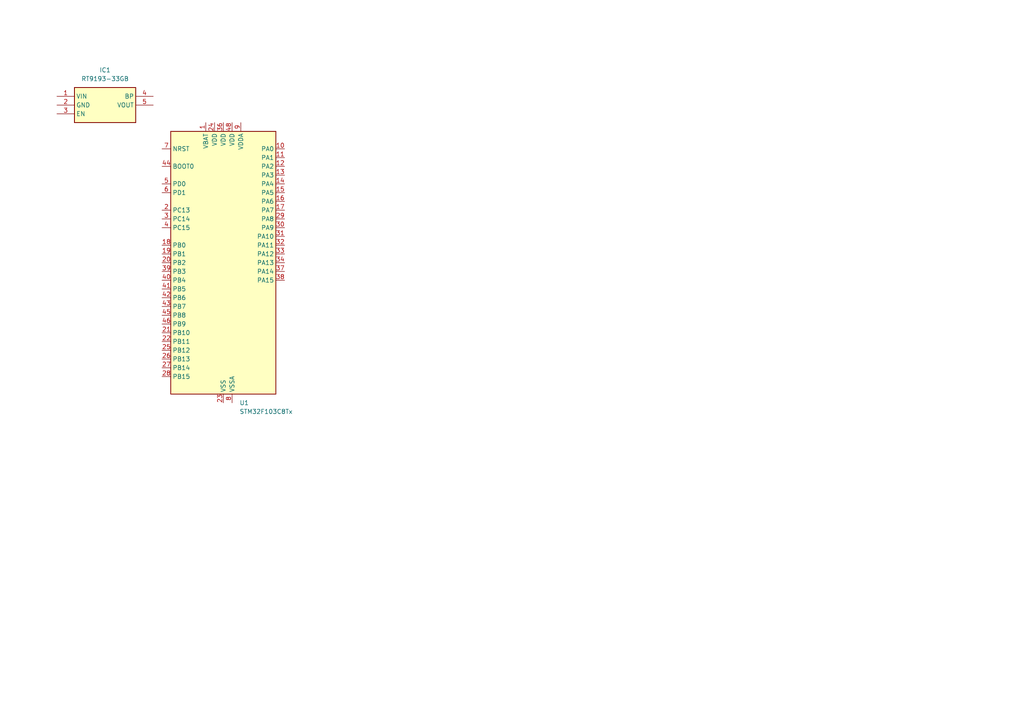
<source format=kicad_sch>
(kicad_sch (version 20250114) (generator "eeschema") (generator_version "9.0")
  (paper "A4")
  (lib_symbols
    (symbol "MCU_ST_STM32F1:STM32F103C8Tx"
      (property "Reference" "U" (at -15.24 39.37 0))
      (property "Value" "STM32F103C8Tx" (at 7.62 39.37 0))
      (symbol "STM32F103C8Tx_0_1"
        (rectangle (start -15.24 -38.1) (end 15.24 38.1) (stroke (width 0.254)) (fill (type background)))
      )
      (symbol "STM32F103C8Tx_1_1"
        (pin input line (at -17.78 33.02 0) (length 2.54) (name "NRST") (number "7"))
        (pin input line (at -17.78 27.94 0) (length 2.54) (name "BOOT0") (number "44"))
        (pin bidirectional line (at -17.78 22.86 0) (length 2.54) (name "PD0") (number "5"))
        (pin bidirectional line (at -17.78 20.32 0) (length 2.54) (name "PD1") (number "6"))
        (pin bidirectional line (at -17.78 15.24 0) (length 2.54) (name "PC13") (number "2"))
        (pin bidirectional line (at -17.78 12.7 0) (length 2.54) (name "PC14") (number "3"))
        (pin bidirectional line (at -17.78 10.16 0) (length 2.54) (name "PC15") (number "4"))
        (pin bidirectional line (at -17.78 5.08 0) (length 2.54) (name "PB0") (number "18"))
        (pin bidirectional line (at -17.78 2.54 0) (length 2.54) (name "PB1") (number "19"))
        (pin bidirectional line (at -17.78 0 0) (length 2.54) (name "PB2") (number "20"))
        (pin bidirectional line (at -17.78 -2.54 0) (length 2.54) (name "PB3") (number "39"))
        (pin bidirectional line (at -17.78 -5.08 0) (length 2.54) (name "PB4") (number "40"))
        (pin bidirectional line (at -17.78 -7.62 0) (length 2.54) (name "PB5") (number "41"))
        (pin bidirectional line (at -17.78 -10.16 0) (length 2.54) (name "PB6") (number "42"))
        (pin bidirectional line (at -17.78 -12.7 0) (length 2.54) (name "PB7") (number "43"))
        (pin bidirectional line (at -17.78 -15.24 0) (length 2.54) (name "PB8") (number "45"))
        (pin bidirectional line (at -17.78 -17.78 0) (length 2.54) (name "PB9") (number "46"))
        (pin bidirectional line (at -17.78 -20.32 0) (length 2.54) (name "PB10") (number "21"))
        (pin bidirectional line (at -17.78 -22.86 0) (length 2.54) (name "PB11") (number "22"))
        (pin bidirectional line (at -17.78 -25.4 0) (length 2.54) (name "PB12") (number "25"))
        (pin bidirectional line (at -17.78 -27.94 0) (length 2.54) (name "PB13") (number "26"))
        (pin bidirectional line (at -17.78 -30.48 0) (length 2.54) (name "PB14") (number "27"))
        (pin bidirectional line (at -17.78 -33.02 0) (length 2.54) (name "PB15") (number "28"))
        (pin power_in line (at -5.08 40.64 270) (length 2.54) (name "VBAT") (number "1"))
        (pin power_in line (at -2.54 40.64 270) (length 2.54) (name "VDD") (number "24"))
        (pin power_in line (at 0 40.64 270) (length 2.54) (name "VDD") (number "36"))
        (pin power_in line (at 0 -40.64 90) (length 2.54) (name "VSS") (number "23"))
        (pin passive line (at 0 -40.64 90) (length 2.54) (hide yes) (name "VSS") (number "35"))
        (pin passive line (at 0 -40.64 90) (length 2.54) (hide yes) (name "VSS") (number "47"))
        (pin power_in line (at 2.54 40.64 270) (length 2.54) (name "VDD") (number "48"))
        (pin power_in line (at 2.54 -40.64 90) (length 2.54) (name "VSSA") (number "8"))
        (pin power_in line (at 5.08 40.64 270) (length 2.54) (name "VDDA") (number "9"))
        (pin bidirectional line (at 17.78 33.02 180) (length 2.54) (name "PA0") (number "10"))
        (pin bidirectional line (at 17.78 30.48 180) (length 2.54) (name "PA1") (number "11"))
        (pin bidirectional line (at 17.78 27.94 180) (length 2.54) (name "PA2") (number "12"))
        (pin bidirectional line (at 17.78 25.4 180) (length 2.54) (name "PA3") (number "13"))
        (pin bidirectional line (at 17.78 22.86 180) (length 2.54) (name "PA4") (number "14"))
        (pin bidirectional line (at 17.78 20.32 180) (length 2.54) (name "PA5") (number "15"))
        (pin bidirectional line (at 17.78 17.78 180) (length 2.54) (name "PA6") (number "16"))
        (pin bidirectional line (at 17.78 15.24 180) (length 2.54) (name "PA7") (number "17"))
        (pin bidirectional line (at 17.78 12.7 180) (length 2.54) (name "PA8") (number "29"))
        (pin bidirectional line (at 17.78 10.16 180) (length 2.54) (name "PA9") (number "30"))
        (pin bidirectional line (at 17.78 7.62 180) (length 2.54) (name "PA10") (number "31"))
        (pin bidirectional line (at 17.78 5.08 180) (length 2.54) (name "PA11") (number "32"))
        (pin bidirectional line (at 17.78 2.54 180) (length 2.54) (name "PA12") (number "33"))
        (pin bidirectional line (at 17.78 0 180) (length 2.54) (name "PA13") (number "34"))
        (pin bidirectional line (at 17.78 -2.54 180) (length 2.54) (name "PA14") (number "37"))
        (pin bidirectional line (at 17.78 -5.08 180) (length 2.54) (name "PA15") (number "38"))
      )
    )
    (symbol "RT9193-33GB:RT9193-33GB"
      (property "Reference" "IC" (at 24.13 7.62 0))
      (property "Value" "RT9193-33GB" (at 24.13 5.08 0))
      (symbol "RT9193-33GB_1_1"
        (rectangle (start 5.08 2.54) (end 22.86 -7.62) (stroke (width 0.254)) (fill (type background)))
        (pin passive line (at 0 0 0) (length 5.08) (name "VIN") (number "1"))
        (pin passive line (at 0 -2.54 0) (length 5.08) (name "GND") (number "2"))
        (pin passive line (at 0 -5.08 0) (length 5.08) (name "EN") (number "3"))
        (pin passive line (at 27.94 0 180) (length 5.08) (name "BP") (number "4"))
        (pin passive line (at 27.94 -2.54 180) (length 5.08) (name "VOUT") (number "5"))
      )
    )
  )
  (symbol (lib_id "MCU_ST_STM32F1:STM32F103C8Tx") (at 64.77 76.2 0) (unit 1)
    (property "Reference" "U1" (at 69.4533 116.84 0) (effects (justify left)))
    (property "Value" "STM32F103C8Tx" (at 69.4533 119.38 0) (effects (justify left)))
    (property "Footprint" "Package_QFP:LQFP-48_7x7mm_P0.5mm" (effects (hide yes)))
    (property "Datasheet" "https://www.st.com/resource/en/datasheet/stm32f103c8.pdf" (effects (hide yes)))
    (property "Description" "STMicroelectronics Arm Cortex-M3 MCU, 64KB flash, 20KB RAM, 72 MHz, 2.0-3.6V, 37 GPIO, LQFP48" (effects (hide yes)))
  )
  (symbol (lib_id "RT9193-33GB:RT9193-33GB") (at 16.51 27.94 0) (unit 1)
    (property "Reference" "IC1" (at 30.48 20.32 0))
    (property "Value" "RT9193-33GB" (at 30.48 22.86 0))
    (property "Footprint" "RT9193-33GB:SOT94P279X130-5N" (effects (hide yes)))
    (property "Datasheet" "http://www.richtek.com/assets/product_file/RT9193/DS9193-17.pdf" (effects (hide yes)))
    (property "Description" "300mA, Ultra-Low Noise, Ultra-Fast CMOS LDO Regulator" (effects (hide yes)))
    (property "Height" "1.295" (effects (hide yes)))
    (property "Mouser Part Number" "835-RT9193-33GB" (effects (hide yes)))
    (property "Mouser Price/Stock" "https://www.mouser.co.uk/ProductDetail/Richtek/RT9193-33GB?qs=amGC7iS6iy8ybRcZ9Wn2ww%3D%3D" (effects (hide yes)))
    (property "Manufacturer_Name" "RICHTEK" (effects (hide yes)))
    (property "Manufacturer_Part_Number" "RT9193-33GB" (effects (hide yes)))
  )
)
</source>
